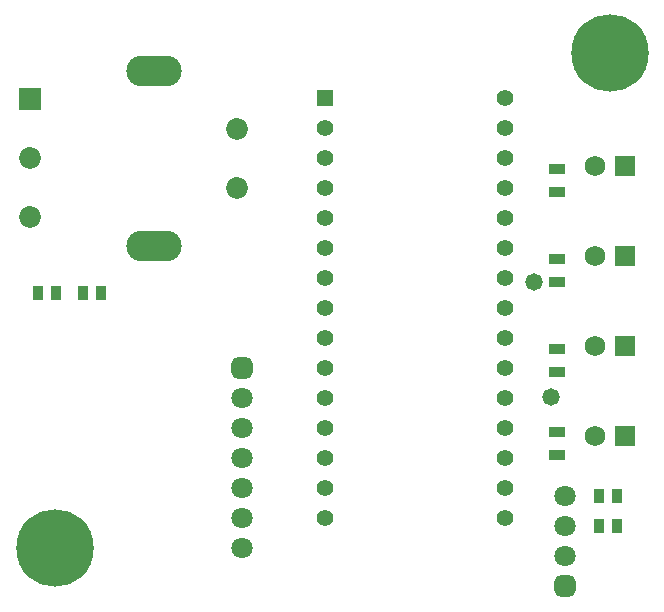
<source format=gts>
G04*
G04 #@! TF.GenerationSoftware,Altium Limited,Altium Designer,24.1.2 (44)*
G04*
G04 Layer_Color=8388736*
%FSLAX44Y44*%
%MOMM*%
G71*
G04*
G04 #@! TF.SameCoordinates,531D00EC-4C00-4A94-99CB-661CAA089D98*
G04*
G04*
G04 #@! TF.FilePolarity,Negative*
G04*
G01*
G75*
%ADD14R,0.8581X1.2621*%
%ADD15R,1.4500X0.9500*%
G04:AMPARAMS|DCode=16|XSize=2.6mm|YSize=4.7mm|CornerRadius=1.3mm|HoleSize=0mm|Usage=FLASHONLY|Rotation=270.000|XOffset=0mm|YOffset=0mm|HoleType=Round|Shape=RoundedRectangle|*
%AMROUNDEDRECTD16*
21,1,2.6000,2.1000,0,0,270.0*
21,1,0.0000,4.7000,0,0,270.0*
1,1,2.6000,-1.0500,0.0000*
1,1,2.6000,-1.0500,0.0000*
1,1,2.6000,1.0500,0.0000*
1,1,2.6000,1.0500,0.0000*
%
%ADD16ROUNDEDRECTD16*%
%ADD17R,1.8500X1.8500*%
%ADD18C,1.8500*%
%ADD19C,1.8032*%
G04:AMPARAMS|DCode=20|XSize=1.8032mm|YSize=1.8032mm|CornerRadius=0.5016mm|HoleSize=0mm|Usage=FLASHONLY|Rotation=90.000|XOffset=0mm|YOffset=0mm|HoleType=Round|Shape=RoundedRectangle|*
%AMROUNDEDRECTD20*
21,1,1.8032,0.8000,0,0,90.0*
21,1,0.8000,1.8032,0,0,90.0*
1,1,1.0032,0.4000,0.4000*
1,1,1.0032,0.4000,-0.4000*
1,1,1.0032,-0.4000,-0.4000*
1,1,1.0032,-0.4000,0.4000*
%
%ADD20ROUNDEDRECTD20*%
%ADD21R,1.7532X1.7532*%
%ADD22C,1.7532*%
%ADD23C,6.5532*%
%ADD24C,1.4140*%
%ADD25R,1.4140X1.4140*%
%ADD26C,1.4732*%
D14*
X58570Y273050D02*
D03*
X43030D02*
D03*
X81130D02*
D03*
X96670D02*
D03*
X533400Y76200D02*
D03*
X517860D02*
D03*
X533400Y101600D02*
D03*
X517860D02*
D03*
D15*
X482600Y136300D02*
D03*
Y155800D02*
D03*
Y225650D02*
D03*
Y206150D02*
D03*
Y301850D02*
D03*
Y282350D02*
D03*
Y358550D02*
D03*
Y378050D02*
D03*
D16*
X141650Y461350D02*
D03*
Y313350D02*
D03*
D17*
X36650Y437350D02*
D03*
D18*
Y387350D02*
D03*
Y337350D02*
D03*
X211650Y412350D02*
D03*
Y362350D02*
D03*
D19*
X488950Y50800D02*
D03*
Y76200D02*
D03*
Y101600D02*
D03*
X215900Y57150D02*
D03*
Y82550D02*
D03*
Y133350D02*
D03*
Y184150D02*
D03*
Y158750D02*
D03*
Y107950D02*
D03*
D20*
X488950Y25400D02*
D03*
X215900Y209550D02*
D03*
D21*
X539750Y228600D02*
D03*
Y304800D02*
D03*
Y152400D02*
D03*
Y381000D02*
D03*
D22*
X514350Y228600D02*
D03*
Y304800D02*
D03*
Y152400D02*
D03*
Y381000D02*
D03*
D23*
X527050Y476250D02*
D03*
X57150Y57150D02*
D03*
D24*
X438150Y438150D02*
D03*
Y412750D02*
D03*
Y387350D02*
D03*
Y361950D02*
D03*
Y336550D02*
D03*
Y311150D02*
D03*
Y285750D02*
D03*
Y260350D02*
D03*
Y234950D02*
D03*
Y209550D02*
D03*
Y184150D02*
D03*
Y158750D02*
D03*
Y133350D02*
D03*
Y107950D02*
D03*
Y82550D02*
D03*
X285750D02*
D03*
Y107950D02*
D03*
Y133350D02*
D03*
Y158750D02*
D03*
Y184150D02*
D03*
Y209550D02*
D03*
Y234950D02*
D03*
Y260350D02*
D03*
Y285750D02*
D03*
Y311150D02*
D03*
Y336550D02*
D03*
Y361950D02*
D03*
Y387350D02*
D03*
Y412750D02*
D03*
D25*
Y438150D02*
D03*
D26*
X477520Y184912D02*
D03*
X463198Y282350D02*
D03*
M02*

</source>
